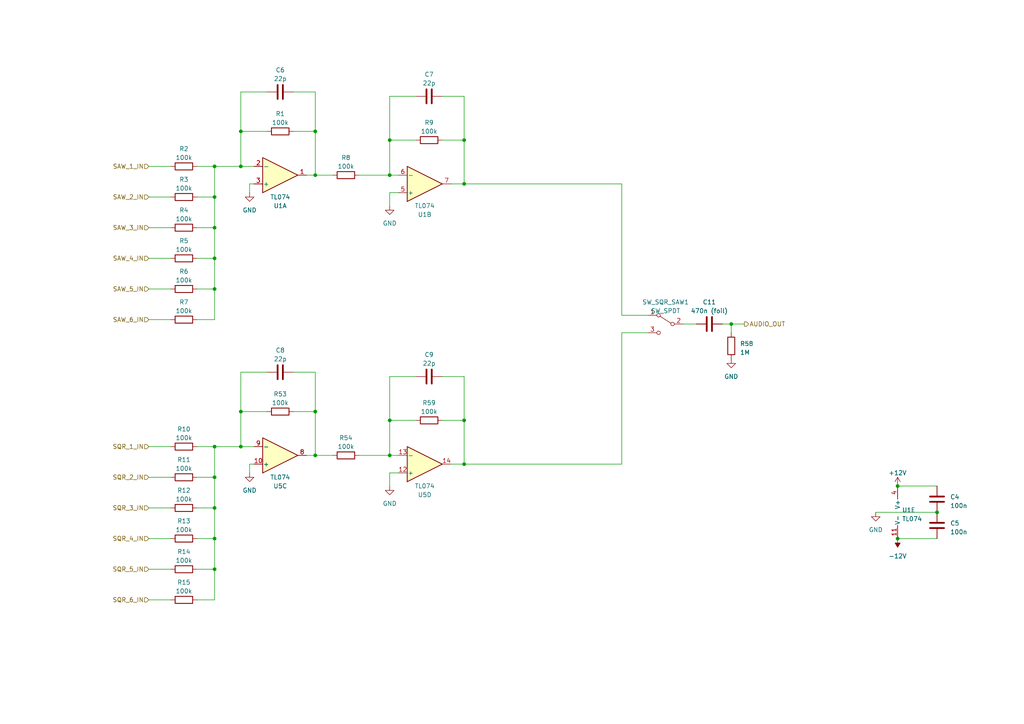
<source format=kicad_sch>
(kicad_sch (version 20230121) (generator eeschema)
  (paper "A4")
  (lib_symbols
    (symbol "Amplifier_Operational:TL074" (pin_names (offset 0.127))
      (property "Reference" "U" (at 0 5.08 0))
      (property "Value" "TL074" (at 0 -5.08 0))
      (symbol "TL074_1_1"
        (polyline (pts (xy -5.08 5.08) (xy 5.08 0) (xy -5.08 -5.08) (xy -5.08 5.08)) (stroke (width 0.254)) (fill (type background)))
        (pin output line (at 7.62 0 180) (length 2.54) (name "~") (number "1"))
        (pin input line (at -7.62 -2.54 0) (length 2.54) (name "-") (number "2"))
        (pin input line (at -7.62 2.54 0) (length 2.54) (name "+") (number "3"))
      )
      (symbol "TL074_2_1"
        (polyline (pts (xy -5.08 5.08) (xy 5.08 0) (xy -5.08 -5.08) (xy -5.08 5.08)) (stroke (width 0.254)) (fill (type background)))
        (pin input line (at -7.62 2.54 0) (length 2.54) (name "+") (number "5"))
        (pin input line (at -7.62 -2.54 0) (length 2.54) (name "-") (number "6"))
        (pin output line (at 7.62 0 180) (length 2.54) (name "~") (number "7"))
      )
      (symbol "TL074_3_1"
        (polyline (pts (xy -5.08 5.08) (xy 5.08 0) (xy -5.08 -5.08) (xy -5.08 5.08)) (stroke (width 0.254)) (fill (type background)))
        (pin input line (at -7.62 2.54 0) (length 2.54) (name "+") (number "10"))
        (pin output line (at 7.62 0 180) (length 2.54) (name "~") (number "8"))
        (pin input line (at -7.62 -2.54 0) (length 2.54) (name "-") (number "9"))
      )
      (symbol "TL074_4_1"
        (polyline (pts (xy -5.08 5.08) (xy 5.08 0) (xy -5.08 -5.08) (xy -5.08 5.08)) (stroke (width 0.254)) (fill (type background)))
        (pin input line (at -7.62 2.54 0) (length 2.54) (name "+") (number "12"))
        (pin input line (at -7.62 -2.54 0) (length 2.54) (name "-") (number "13"))
        (pin output line (at 7.62 0 180) (length 2.54) (name "~") (number "14"))
      )
      (symbol "TL074_5_1"
        (pin power_in line (at -2.54 -7.62 90) (length 3.81) (name "V-") (number "11"))
        (pin power_in line (at -2.54 7.62 270) (length 3.81) (name "V+") (number "4"))
      )
    )
    (symbol "Device:C" (pin_numbers hide) (pin_names (offset 0.254))
      (property "Reference" "C" (at 0.635 2.54 0))
      (property "Value" "C" (at 0.635 -2.54 0))
      (symbol "C_0_1"
        (polyline (pts (xy -2.032 -0.762) (xy 2.032 -0.762)) (stroke (width 0.508)))
        (polyline (pts (xy -2.032 0.762) (xy 2.032 0.762)) (stroke (width 0.508)))
      )
      (symbol "C_1_1"
        (pin passive line (at 0 3.81 270) (length 2.794) (name "~") (number "1"))
        (pin passive line (at 0 -3.81 90) (length 2.794) (name "~") (number "2"))
      )
    )
    (symbol "Device:R" (pin_numbers hide) (pin_names (offset 0))
      (property "Reference" "R" (at 2.032 0 90))
      (property "Value" "R" (at 0 0 90))
      (symbol "R_0_1"
        (rectangle (start -1.016 -2.54) (end 1.016 2.54) (stroke (width 0.254)))
      )
      (symbol "R_1_1"
        (pin passive line (at 0 3.81 270) (length 1.27) (name "~") (number "1"))
        (pin passive line (at 0 -3.81 90) (length 1.27) (name "~") (number "2"))
      )
    )
    (symbol "Switch:SW_SPDT" (pin_names (offset 0) hide)
      (property "Reference" "SW" (at 0 4.318 0))
      (property "Value" "SW_SPDT" (at 0 -5.08 0))
      (symbol "SW_SPDT_0_0"
        (circle (center -2.032 0) (radius 0.508))
        (circle (center 2.032 -2.54) (radius 0.508))
      )
      (symbol "SW_SPDT_0_1"
        (polyline (pts (xy -1.524 0.254) (xy 1.651 2.286)))
        (circle (center 2.032 2.54) (radius 0.508))
      )
      (symbol "SW_SPDT_1_1"
        (pin passive line (at 5.08 2.54 180) (length 2.54) (name "A") (number "1"))
        (pin passive line (at -5.08 0 0) (length 2.54) (name "B") (number "2"))
        (pin passive line (at 5.08 -2.54 180) (length 2.54) (name "C") (number "3"))
      )
    )
    (symbol "power:+12V" (power) (pin_names (offset 0))
      (property "Value" "+12V" (at 0 3.556 0))
      (symbol "+12V_0_1"
        (polyline (pts (xy -0.762 1.27) (xy 0 2.54)))
        (polyline (pts (xy 0 0) (xy 0 2.54)))
        (polyline (pts (xy 0 2.54) (xy 0.762 1.27)))
      )
      (symbol "+12V_1_1"
        (pin power_in line (at 0 0 90) (length 0) hide (name "+12V") (number "1"))
      )
    )
    (symbol "power:-12V" (power) (pin_names (offset 0))
      (property "Value" "-12V" (at 0 3.81 0))
      (symbol "-12V_0_0"
        (pin power_in line (at 0 0 90) (length 0) hide (name "-12V") (number "1"))
      )
      (symbol "-12V_0_1"
        (polyline (pts (xy 0 0) (xy 0 1.27) (xy 0.762 1.27) (xy 0 2.54) (xy -0.762 1.27) (xy 0 1.27)) (fill (type outline)))
      )
    )
    (symbol "power:GND" (power) (pin_names (offset 0))
      (property "Value" "GND" (at 0 -3.81 0))
      (symbol "GND_0_1"
        (polyline (pts (xy 0 0) (xy 0 -1.27) (xy 1.27 -1.27) (xy 0 -2.54) (xy -1.27 -1.27) (xy 0 -1.27)))
      )
      (symbol "GND_1_1"
        (pin power_in line (at 0 0 270) (length 0) hide (name "GND") (number "1"))
      )
    )
  )
  (junction (at 113.03 132.08))
  (junction (at 62.23 138.43))
  (junction (at 91.44 38.1))
  (junction (at 62.23 48.26))
  (junction (at 62.23 83.82))
  (junction (at 113.03 121.92))
  (junction (at 134.62 40.64))
  (junction (at 62.23 57.15))
  (junction (at 113.03 50.8))
  (junction (at 91.44 50.8))
  (junction (at 260.35 156.21))
  (junction (at 69.85 38.1))
  (junction (at 69.85 119.38))
  (junction (at 271.78 148.59))
  (junction (at 62.23 147.32))
  (junction (at 62.23 129.54))
  (junction (at 62.23 165.1))
  (junction (at 113.03 40.64))
  (junction (at 212.09 93.98))
  (junction (at 134.62 134.62))
  (junction (at 91.44 132.08))
  (junction (at 134.62 53.34))
  (junction (at 62.23 74.93))
  (junction (at 69.85 48.26))
  (junction (at 260.35 140.97))
  (junction (at 134.62 121.92))
  (junction (at 62.23 156.21))
  (junction (at 62.23 66.04))
  (junction (at 91.44 119.38))
  (junction (at 69.85 129.54))
  (wire (pts (xy 91.44 50.8) (xy 88.9 50.8)))
  (wire (pts (xy 62.23 92.71) (xy 57.15 92.71)))
  (wire (pts (xy 69.85 107.95) (xy 69.85 119.38)))
  (wire (pts (xy 113.03 132.08) (xy 115.57 132.08)))
  (wire (pts (xy 43.18 48.26) (xy 49.53 48.26)))
  (wire (pts (xy 115.57 55.88) (xy 113.03 55.88)))
  (wire (pts (xy 57.15 66.04) (xy 62.23 66.04)))
  (wire (pts (xy 120.65 27.94) (xy 113.03 27.94)))
  (wire (pts (xy 69.85 119.38) (xy 69.85 129.54)))
  (wire (pts (xy 69.85 38.1) (xy 69.85 48.26)))
  (wire (pts (xy 180.34 53.34) (xy 180.34 91.44)))
  (wire (pts (xy 62.23 156.21) (xy 62.23 165.1)))
  (wire (pts (xy 260.35 156.21) (xy 271.78 156.21)))
  (wire (pts (xy 73.66 53.34) (xy 72.39 53.34)))
  (wire (pts (xy 85.09 26.67) (xy 91.44 26.67)))
  (wire (pts (xy 180.34 91.44) (xy 187.96 91.44)))
  (wire (pts (xy 128.27 121.92) (xy 134.62 121.92)))
  (wire (pts (xy 85.09 38.1) (xy 91.44 38.1)))
  (wire (pts (xy 120.65 40.64) (xy 113.03 40.64)))
  (wire (pts (xy 115.57 137.16) (xy 113.03 137.16)))
  (wire (pts (xy 91.44 132.08) (xy 88.9 132.08)))
  (wire (pts (xy 180.34 134.62) (xy 180.34 96.52)))
  (wire (pts (xy 113.03 137.16) (xy 113.03 140.97)))
  (wire (pts (xy 134.62 53.34) (xy 180.34 53.34)))
  (wire (pts (xy 77.47 107.95) (xy 69.85 107.95)))
  (wire (pts (xy 212.09 93.98) (xy 212.09 96.52)))
  (wire (pts (xy 209.55 93.98) (xy 212.09 93.98)))
  (wire (pts (xy 120.65 121.92) (xy 113.03 121.92)))
  (wire (pts (xy 43.18 92.71) (xy 49.53 92.71)))
  (wire (pts (xy 62.23 173.99) (xy 57.15 173.99)))
  (wire (pts (xy 69.85 48.26) (xy 73.66 48.26)))
  (wire (pts (xy 77.47 38.1) (xy 69.85 38.1)))
  (wire (pts (xy 43.18 147.32) (xy 49.53 147.32)))
  (wire (pts (xy 62.23 165.1) (xy 62.23 173.99)))
  (wire (pts (xy 134.62 134.62) (xy 130.81 134.62)))
  (wire (pts (xy 62.23 48.26) (xy 69.85 48.26)))
  (wire (pts (xy 62.23 138.43) (xy 62.23 147.32)))
  (wire (pts (xy 72.39 53.34) (xy 72.39 55.88)))
  (wire (pts (xy 62.23 57.15) (xy 62.23 66.04)))
  (wire (pts (xy 77.47 26.67) (xy 69.85 26.67)))
  (wire (pts (xy 91.44 119.38) (xy 91.44 132.08)))
  (wire (pts (xy 134.62 40.64) (xy 134.62 53.34)))
  (wire (pts (xy 254 148.59) (xy 271.78 148.59)))
  (wire (pts (xy 180.34 96.52) (xy 187.96 96.52)))
  (wire (pts (xy 57.15 147.32) (xy 62.23 147.32)))
  (wire (pts (xy 62.23 83.82) (xy 62.23 92.71)))
  (wire (pts (xy 43.18 165.1) (xy 49.53 165.1)))
  (wire (pts (xy 91.44 50.8) (xy 96.52 50.8)))
  (wire (pts (xy 113.03 55.88) (xy 113.03 59.69)))
  (wire (pts (xy 198.12 93.98) (xy 201.93 93.98)))
  (wire (pts (xy 43.18 156.21) (xy 49.53 156.21)))
  (wire (pts (xy 113.03 40.64) (xy 113.03 50.8)))
  (wire (pts (xy 134.62 121.92) (xy 134.62 134.62)))
  (wire (pts (xy 91.44 132.08) (xy 96.52 132.08)))
  (wire (pts (xy 128.27 40.64) (xy 134.62 40.64)))
  (wire (pts (xy 128.27 109.22) (xy 134.62 109.22)))
  (wire (pts (xy 260.35 140.97) (xy 271.78 140.97)))
  (wire (pts (xy 62.23 147.32) (xy 62.23 156.21)))
  (wire (pts (xy 57.15 165.1) (xy 62.23 165.1)))
  (wire (pts (xy 57.15 74.93) (xy 62.23 74.93)))
  (wire (pts (xy 72.39 134.62) (xy 72.39 137.16)))
  (wire (pts (xy 134.62 134.62) (xy 180.34 134.62)))
  (wire (pts (xy 120.65 109.22) (xy 113.03 109.22)))
  (wire (pts (xy 113.03 27.94) (xy 113.03 40.64)))
  (wire (pts (xy 69.85 129.54) (xy 73.66 129.54)))
  (wire (pts (xy 113.03 50.8) (xy 115.57 50.8)))
  (wire (pts (xy 43.18 83.82) (xy 49.53 83.82)))
  (wire (pts (xy 62.23 138.43) (xy 62.23 129.54)))
  (wire (pts (xy 85.09 119.38) (xy 91.44 119.38)))
  (wire (pts (xy 113.03 109.22) (xy 113.03 121.92)))
  (wire (pts (xy 57.15 138.43) (xy 62.23 138.43)))
  (wire (pts (xy 57.15 83.82) (xy 62.23 83.82)))
  (wire (pts (xy 43.18 74.93) (xy 49.53 74.93)))
  (wire (pts (xy 62.23 57.15) (xy 62.23 48.26)))
  (wire (pts (xy 85.09 107.95) (xy 91.44 107.95)))
  (wire (pts (xy 91.44 26.67) (xy 91.44 38.1)))
  (wire (pts (xy 104.14 50.8) (xy 113.03 50.8)))
  (wire (pts (xy 134.62 27.94) (xy 134.62 40.64)))
  (wire (pts (xy 104.14 132.08) (xy 113.03 132.08)))
  (wire (pts (xy 43.18 129.54) (xy 49.53 129.54)))
  (wire (pts (xy 62.23 66.04) (xy 62.23 74.93)))
  (wire (pts (xy 62.23 74.93) (xy 62.23 83.82)))
  (wire (pts (xy 113.03 121.92) (xy 113.03 132.08)))
  (wire (pts (xy 91.44 107.95) (xy 91.44 119.38)))
  (wire (pts (xy 134.62 53.34) (xy 130.81 53.34)))
  (wire (pts (xy 43.18 66.04) (xy 49.53 66.04)))
  (wire (pts (xy 73.66 134.62) (xy 72.39 134.62)))
  (wire (pts (xy 134.62 109.22) (xy 134.62 121.92)))
  (wire (pts (xy 62.23 129.54) (xy 69.85 129.54)))
  (wire (pts (xy 57.15 48.26) (xy 62.23 48.26)))
  (wire (pts (xy 77.47 119.38) (xy 69.85 119.38)))
  (wire (pts (xy 69.85 26.67) (xy 69.85 38.1)))
  (wire (pts (xy 43.18 57.15) (xy 49.53 57.15)))
  (wire (pts (xy 43.18 173.99) (xy 49.53 173.99)))
  (wire (pts (xy 57.15 129.54) (xy 62.23 129.54)))
  (wire (pts (xy 57.15 156.21) (xy 62.23 156.21)))
  (wire (pts (xy 212.09 93.98) (xy 215.9 93.98)))
  (wire (pts (xy 43.18 138.43) (xy 49.53 138.43)))
  (wire (pts (xy 91.44 38.1) (xy 91.44 50.8)))
  (wire (pts (xy 57.15 57.15) (xy 62.23 57.15)))
  (wire (pts (xy 128.27 27.94) (xy 134.62 27.94)))
  (hierarchical_label "SQR_3_IN" (shape input) (at 43.18 147.32 180))
  (hierarchical_label "SAW_5_IN" (shape input) (at 43.18 83.82 180))
  (hierarchical_label "SQR_4_IN" (shape input) (at 43.18 156.21 180))
  (hierarchical_label "AUDIO_OUT" (shape output) (at 215.9 93.98 0))
  (hierarchical_label "SQR_1_IN" (shape input) (at 43.18 129.54 180))
  (hierarchical_label "SQR_5_IN" (shape input) (at 43.18 165.1 180))
  (hierarchical_label "SQR_6_IN" (shape input) (at 43.18 173.99 180))
  (hierarchical_label "SAW_2_IN" (shape input) (at 43.18 57.15 180))
  (hierarchical_label "SQR_2_IN" (shape input) (at 43.18 138.43 180))
  (hierarchical_label "SAW_4_IN" (shape input) (at 43.18 74.93 180))
  (hierarchical_label "SAW_3_IN" (shape input) (at 43.18 66.04 180))
  (hierarchical_label "SAW_6_IN" (shape input) (at 43.18 92.71 180))
  (hierarchical_label "SAW_1_IN" (shape input) (at 43.18 48.26 180))
  (symbol (lib_id "Amplifier_Operational:TL074") (at 262.89 148.59 0) (unit 5)
    (property "Reference" "U1" (at 261.62 147.955 0) (effects (justify left)))
    (property "Value" "TL074" (at 261.62 150.495 0) (effects (justify left)))
    (property "Datasheet" "http://www.ti.com/lit/ds/symlink/tl071.pdf" (effects hide))
  )
  (symbol (lib_id "power:GND") (at 72.39 55.88 0) (unit 1)
    (property "Reference" "#PWR028" (effects hide))
    (property "Value" "GND" (at 72.39 60.96 0))
  )
  (symbol (lib_id "Device:R") (at 53.34 147.32 90) (unit 1)
    (property "Reference" "R12" (at 53.34 142.24 90))
    (property "Value" "100k" (at 53.34 144.78 90))
    (property "Footprint" "Shmoergh_Custom_Footprints:R_Axial_DIN0207_L6.3mm_D2.5mm_P7.62mm_Horizontal" (effects hide))
  )
  (symbol (lib_id "Device:R") (at 53.34 57.15 90) (unit 1)
    (property "Reference" "R3" (at 53.34 52.07 90))
    (property "Value" "100k" (at 53.34 54.61 90))
    (property "Footprint" "Shmoergh_Custom_Footprints:R_Axial_DIN0207_L6.3mm_D2.5mm_P7.62mm_Horizontal" (effects hide))
  )
  (symbol (lib_id "power:GND") (at 212.09 104.14 0) (unit 1)
    (property "Reference" "#PWR0127" (effects hide))
    (property "Value" "GND" (at 212.09 109.22 0))
  )
  (symbol (lib_id "Device:R") (at 53.34 156.21 90) (unit 1)
    (property "Reference" "R13" (at 53.34 151.13 90))
    (property "Value" "100k" (at 53.34 153.67 90))
    (property "Footprint" "Shmoergh_Custom_Footprints:R_Axial_DIN0207_L6.3mm_D2.5mm_P7.62mm_Horizontal" (effects hide))
  )
  (symbol (lib_id "power:GND") (at 113.03 59.69 0) (unit 1)
    (property "Reference" "#PWR029" (effects hide))
    (property "Value" "GND" (at 113.03 64.77 0))
  )
  (symbol (lib_id "Device:C") (at 271.78 144.78 0) (unit 1)
    (property "Reference" "C4" (at 275.59 144.145 0) (effects (justify left)))
    (property "Value" "100n" (at 275.59 146.685 0) (effects (justify left)))
    (property "Footprint" "Capacitor_THT:C_Disc_D3.0mm_W2.0mm_P2.50mm" (effects hide))
  )
  (symbol (lib_id "Device:R") (at 81.28 119.38 90) (unit 1)
    (property "Reference" "R53" (at 81.28 114.3 90))
    (property "Value" "100k" (at 81.28 116.84 90))
    (property "Footprint" "Shmoergh_Custom_Footprints:R_Axial_DIN0207_L6.3mm_D2.5mm_P7.62mm_Horizontal" (effects hide))
  )
  (symbol (lib_id "Device:R") (at 53.34 83.82 90) (unit 1)
    (property "Reference" "R6" (at 53.34 78.74 90))
    (property "Value" "100k" (at 53.34 81.28 90))
    (property "Footprint" "Shmoergh_Custom_Footprints:R_Axial_DIN0207_L6.3mm_D2.5mm_P7.62mm_Horizontal" (effects hide))
  )
  (symbol (lib_id "Amplifier_Operational:TL074") (at 81.28 132.08 0) (mirror x) (unit 3)
    (property "Reference" "U5" (at 81.28 140.97 0))
    (property "Value" "TL074" (at 81.28 138.43 0))
    (property "Datasheet" "http://www.ti.com/lit/ds/symlink/tl071.pdf" (effects hide))
  )
  (symbol (lib_id "Device:C") (at 81.28 26.67 90) (unit 1)
    (property "Reference" "C6" (at 81.28 20.32 90))
    (property "Value" "22p" (at 81.28 22.86 90))
    (property "Footprint" "Capacitor_THT:C_Disc_D3.0mm_W2.0mm_P2.50mm" (effects hide))
  )
  (symbol (lib_id "Amplifier_Operational:TL074") (at 123.19 53.34 0) (mirror x) (unit 2)
    (property "Reference" "U1" (at 123.19 62.23 0))
    (property "Value" "TL074" (at 123.19 59.69 0))
    (property "Datasheet" "http://www.ti.com/lit/ds/symlink/tl071.pdf" (effects hide))
  )
  (symbol (lib_id "Device:R") (at 53.34 138.43 90) (unit 1)
    (property "Reference" "R11" (at 53.34 133.35 90))
    (property "Value" "100k" (at 53.34 135.89 90))
    (property "Footprint" "Shmoergh_Custom_Footprints:R_Axial_DIN0207_L6.3mm_D2.5mm_P7.62mm_Horizontal" (effects hide))
  )
  (symbol (lib_id "Device:R") (at 53.34 74.93 90) (unit 1)
    (property "Reference" "R5" (at 53.34 69.85 90))
    (property "Value" "100k" (at 53.34 72.39 90))
    (property "Footprint" "Shmoergh_Custom_Footprints:R_Axial_DIN0207_L6.3mm_D2.5mm_P7.62mm_Horizontal" (effects hide))
  )
  (symbol (lib_id "Device:C") (at 124.46 27.94 90) (unit 1)
    (property "Reference" "C7" (at 124.46 21.59 90))
    (property "Value" "22p" (at 124.46 24.13 90))
    (property "Footprint" "Capacitor_THT:C_Disc_D3.0mm_W2.0mm_P2.50mm" (effects hide))
  )
  (symbol (lib_id "Amplifier_Operational:TL074") (at 81.28 50.8 0) (mirror x) (unit 1)
    (property "Reference" "U1" (at 81.28 59.69 0))
    (property "Value" "TL074" (at 81.28 57.15 0))
    (property "Datasheet" "http://www.ti.com/lit/ds/symlink/tl071.pdf" (effects hide))
  )
  (symbol (lib_id "Device:R") (at 53.34 165.1 90) (unit 1)
    (property "Reference" "R14" (at 53.34 160.02 90))
    (property "Value" "100k" (at 53.34 162.56 90))
    (property "Footprint" "Shmoergh_Custom_Footprints:R_Axial_DIN0207_L6.3mm_D2.5mm_P7.62mm_Horizontal" (effects hide))
  )
  (symbol (lib_id "Device:R") (at 124.46 40.64 90) (unit 1)
    (property "Reference" "R9" (at 124.46 35.56 90))
    (property "Value" "100k" (at 124.46 38.1 90))
    (property "Footprint" "Shmoergh_Custom_Footprints:R_Axial_DIN0207_L6.3mm_D2.5mm_P7.62mm_Horizontal" (effects hide))
  )
  (symbol (lib_id "power:+12V") (at 260.35 140.97 0) (unit 1)
    (property "Reference" "#PWR025" (effects hide))
    (property "Value" "+12V" (at 260.35 137.16 0))
  )
  (symbol (lib_id "Device:C") (at 81.28 107.95 90) (unit 1)
    (property "Reference" "C8" (at 81.28 101.6 90))
    (property "Value" "22p" (at 81.28 104.14 90))
    (property "Footprint" "Capacitor_THT:C_Disc_D3.0mm_W2.0mm_P2.50mm" (effects hide))
  )
  (symbol (lib_id "Device:R") (at 53.34 129.54 90) (unit 1)
    (property "Reference" "R10" (at 53.34 124.46 90))
    (property "Value" "100k" (at 53.34 127 90))
    (property "Footprint" "Shmoergh_Custom_Footprints:R_Axial_DIN0207_L6.3mm_D2.5mm_P7.62mm_Horizontal" (effects hide))
  )
  (symbol (lib_id "Device:R") (at 53.34 48.26 90) (unit 1)
    (property "Reference" "R2" (at 53.34 43.18 90))
    (property "Value" "100k" (at 53.34 45.72 90))
    (property "Footprint" "Shmoergh_Custom_Footprints:R_Axial_DIN0207_L6.3mm_D2.5mm_P7.62mm_Horizontal" (effects hide))
  )
  (symbol (lib_id "Device:R") (at 53.34 66.04 90) (unit 1)
    (property "Reference" "R4" (at 53.34 60.96 90))
    (property "Value" "100k" (at 53.34 63.5 90))
    (property "Footprint" "Shmoergh_Custom_Footprints:R_Axial_DIN0207_L6.3mm_D2.5mm_P7.62mm_Horizontal" (effects hide))
  )
  (symbol (lib_id "Device:R") (at 53.34 173.99 90) (unit 1)
    (property "Reference" "R15" (at 53.34 168.91 90))
    (property "Value" "100k" (at 53.34 171.45 90))
    (property "Footprint" "Shmoergh_Custom_Footprints:R_Axial_DIN0207_L6.3mm_D2.5mm_P7.62mm_Horizontal" (effects hide))
  )
  (symbol (lib_id "Amplifier_Operational:TL074") (at 123.19 134.62 0) (mirror x) (unit 4)
    (property "Reference" "U5" (at 123.19 143.51 0))
    (property "Value" "TL074" (at 123.19 140.97 0))
    (property "Datasheet" "http://www.ti.com/lit/ds/symlink/tl071.pdf" (effects hide))
  )
  (symbol (lib_id "power:GND") (at 113.03 140.97 0) (unit 1)
    (property "Reference" "#PWR035" (effects hide))
    (property "Value" "GND" (at 113.03 146.05 0))
  )
  (symbol (lib_id "Device:C") (at 271.78 152.4 0) (unit 1)
    (property "Reference" "C5" (at 275.59 151.765 0) (effects (justify left)))
    (property "Value" "100n" (at 275.59 154.305 0) (effects (justify left)))
    (property "Footprint" "Capacitor_THT:C_Disc_D3.0mm_W2.0mm_P2.50mm" (effects hide))
  )
  (symbol (lib_id "power:GND") (at 254 148.59 0) (unit 1)
    (property "Reference" "#PWR027" (effects hide))
    (property "Value" "GND" (at 254 153.67 0))
  )
  (symbol (lib_id "Device:C") (at 205.74 93.98 90) (unit 1)
    (property "Reference" "C11" (at 205.74 87.63 90))
    (property "Value" "470n (foil)" (at 205.74 90.17 90))
    (property "Footprint" "Capacitor_THT:C_Rect_L7.2mm_W3.5mm_P5.00mm_FKS2_FKP2_MKS2_MKP2" (effects hide))
  )
  (symbol (lib_id "Device:R") (at 53.34 92.71 90) (unit 1)
    (property "Reference" "R7" (at 53.34 87.63 90))
    (property "Value" "100k" (at 53.34 90.17 90))
    (property "Footprint" "Shmoergh_Custom_Footprints:R_Axial_DIN0207_L6.3mm_D2.5mm_P7.62mm_Horizontal" (effects hide))
  )
  (symbol (lib_id "Switch:SW_SPDT") (at 193.04 93.98 0) (mirror y) (unit 1)
    (property "Reference" "SW_SQR_SAW1" (at 193.04 87.63 0))
    (property "Value" "SW_SPDT" (at 193.04 90.17 0))
  )
  (symbol (lib_id "power:-12V") (at 260.35 156.21 180) (unit 1)
    (property "Reference" "#PWR026" (effects hide))
    (property "Value" "-12V" (at 260.35 161.29 0))
  )
  (symbol (lib_id "Device:R") (at 100.33 132.08 90) (unit 1)
    (property "Reference" "R54" (at 100.33 127 90))
    (property "Value" "100k" (at 100.33 129.54 90))
    (property "Footprint" "Shmoergh_Custom_Footprints:R_Axial_DIN0207_L6.3mm_D2.5mm_P7.62mm_Horizontal" (effects hide))
  )
  (symbol (lib_id "Device:C") (at 124.46 109.22 90) (unit 1)
    (property "Reference" "C9" (at 124.46 102.87 90))
    (property "Value" "22p" (at 124.46 105.41 90))
    (property "Footprint" "Capacitor_THT:C_Disc_D3.0mm_W2.0mm_P2.50mm" (effects hide))
  )
  (symbol (lib_id "Device:R") (at 81.28 38.1 90) (unit 1)
    (property "Reference" "R1" (at 81.28 33.02 90))
    (property "Value" "100k" (at 81.28 35.56 90))
    (property "Footprint" "Shmoergh_Custom_Footprints:R_Axial_DIN0207_L6.3mm_D2.5mm_P7.62mm_Horizontal" (effects hide))
  )
  (symbol (lib_id "Device:R") (at 100.33 50.8 90) (unit 1)
    (property "Reference" "R8" (at 100.33 45.72 90))
    (property "Value" "100k" (at 100.33 48.26 90))
    (property "Footprint" "Shmoergh_Custom_Footprints:R_Axial_DIN0207_L6.3mm_D2.5mm_P7.62mm_Horizontal" (effects hide))
  )
  (symbol (lib_id "Device:R") (at 212.09 100.33 0) (unit 1)
    (property "Reference" "R58" (at 214.63 99.695 0) (effects (justify left)))
    (property "Value" "1M" (at 214.63 102.235 0) (effects (justify left)))
    (property "Footprint" "Shmoergh_Custom_Footprints:R_Axial_DIN0207_L6.3mm_D2.5mm_P7.62mm_Horizontal" (effects hide))
  )
  (symbol (lib_id "power:GND") (at 72.39 137.16 0) (unit 1)
    (property "Reference" "#PWR034" (effects hide))
    (property "Value" "GND" (at 72.39 142.24 0))
  )
  (symbol (lib_id "Device:R") (at 124.46 121.92 90) (unit 1)
    (property "Reference" "R59" (at 124.46 116.84 90))
    (property "Value" "100k" (at 124.46 119.38 90))
    (property "Footprint" "Shmoergh_Custom_Footprints:R_Axial_DIN0207_L6.3mm_D2.5mm_P7.62mm_Horizontal" (effects hide))
  )
)
</source>
